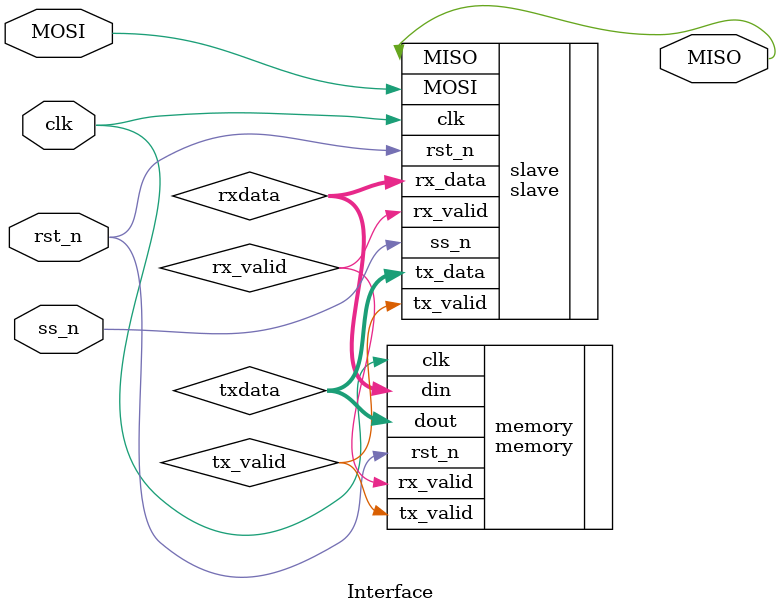
<source format=v>
module Interface #(parameter MEM_DEPTH = 256 , parameter ADDR_SIZE = 8)(
    input clk , ss_n , MOSI , rst_n ,
    output MISO 
);
//this module is to connect between the slave and memory modules
wire [9:0] rxdata ;
wire [7:0] txdata ;
wire rx_valid , tx_valid ;

slave slave(
    .MOSI(MOSI),
    .MISO(MISO),
    .clk(clk),
    .ss_n(ss_n),
    .rst_n(rst_n),
    .rx_data(rxdata),
    .tx_data(txdata),
    .rx_valid(rx_valid),
    .tx_valid(tx_valid)
);

memory #(MEM_DEPTH,ADDR_SIZE) memory (
    .din(rxdata),
    .dout(txdata),
    .clk(clk),
    .rx_valid(rx_valid),
    .tx_valid(tx_valid),
    .rst_n(rst_n)
);
endmodule
</source>
